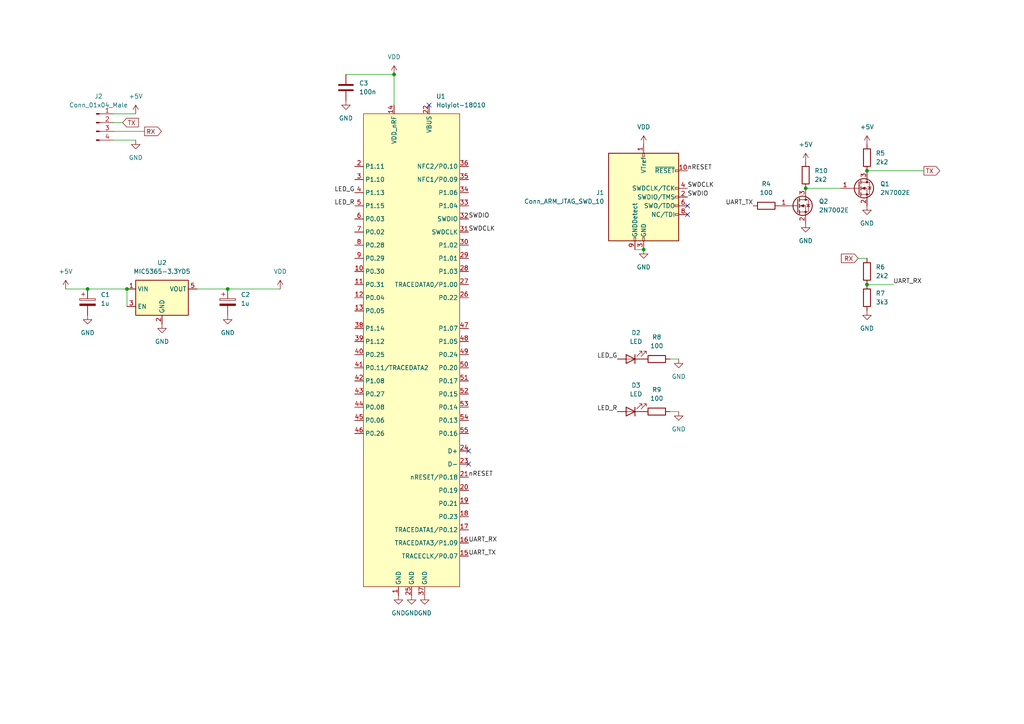
<source format=kicad_sch>
(kicad_sch (version 20211123) (generator eeschema)
  (paper "A4")
  (lib_symbols
    (symbol "Connector:Conn_01x04_Male" (pin_names (offset 1.016) hide)
      (property "Reference" "J" (at 0 5.08 0))
      (property "Value" "Conn_01x04_Male" (at 0 -7.62 0))
      (symbol "Conn_01x04_Male_1_1"
        (polyline (pts (xy 1.27 -5.08) (xy 0.8636 -5.08)) (stroke (width 0.1524)))
        (polyline (pts (xy 1.27 -2.54) (xy 0.8636 -2.54)) (stroke (width 0.1524)))
        (polyline (pts (xy 1.27 0) (xy 0.8636 0)) (stroke (width 0.1524)))
        (polyline (pts (xy 1.27 2.54) (xy 0.8636 2.54)) (stroke (width 0.1524)))
        (rectangle (start 0.8636 -4.953) (end 0 -5.207) (stroke (width 0.1524)) (fill (type outline)))
        (rectangle (start 0.8636 -2.413) (end 0 -2.667) (stroke (width 0.1524)) (fill (type outline)))
        (rectangle (start 0.8636 0.127) (end 0 -0.127) (stroke (width 0.1524)) (fill (type outline)))
        (rectangle (start 0.8636 2.667) (end 0 2.413) (stroke (width 0.1524)) (fill (type outline)))
        (pin passive line (at 5.08 2.54 180) (length 3.81) (name "Pin_1") (number "1"))
        (pin passive line (at 5.08 0 180) (length 3.81) (name "Pin_2") (number "2"))
        (pin passive line (at 5.08 -2.54 180) (length 3.81) (name "Pin_3") (number "3"))
        (pin passive line (at 5.08 -5.08 180) (length 3.81) (name "Pin_4") (number "4"))
      )
    )
    (symbol "Connector:Conn_ARM_JTAG_SWD_10" (pin_names (offset 1.016))
      (property "Reference" "J" (at -2.54 16.51 0))
      (property "Value" "Conn_ARM_JTAG_SWD_10" (at -2.54 13.97 0))
      (symbol "Conn_ARM_JTAG_SWD_10_0_1"
        (rectangle (start -10.16 12.7) (end 10.16 -12.7) (stroke (width 0.254)) (fill (type background)))
        (rectangle (start -2.794 -12.7) (end -2.286 -11.684))
        (rectangle (start -0.254 -12.7) (end 0.254 -11.684))
        (rectangle (start -0.254 12.7) (end 0.254 11.684))
        (rectangle (start 9.144 2.286) (end 10.16 2.794))
        (rectangle (start 10.16 -2.794) (end 9.144 -2.286))
        (rectangle (start 10.16 -0.254) (end 9.144 0.254))
        (rectangle (start 10.16 7.874) (end 9.144 7.366))
      )
      (symbol "Conn_ARM_JTAG_SWD_10_1_1"
        (rectangle (start 9.144 -5.334) (end 10.16 -4.826))
        (pin power_in line (at 0 15.24 270) (length 2.54) (name "VTref") (number "1"))
        (pin open_collector line (at 12.7 7.62 180) (length 2.54) (name "~{RESET}") (number "10"))
        (pin bidirectional line (at 12.7 0 180) (length 2.54) (name "SWDIO/TMS") (number "2"))
        (pin power_in line (at 0 -15.24 90) (length 2.54) (name "GND") (number "3"))
        (pin output line (at 12.7 2.54 180) (length 2.54) (name "SWDCLK/TCK") (number "4"))
        (pin passive line (at 0 -15.24 90) (length 2.54) hide (name "GND") (number "5"))
        (pin input line (at 12.7 -2.54 180) (length 2.54) (name "SWO/TDO") (number "6"))
        (pin no_connect line (at -10.16 0 0) (length 2.54) hide (name "KEY") (number "7"))
        (pin output line (at 12.7 -5.08 180) (length 2.54) (name "NC/TDI") (number "8"))
        (pin passive line (at -2.54 -15.24 90) (length 2.54) (name "GNDDetect") (number "9"))
      )
    )
    (symbol "Device:C" (pin_numbers hide) (pin_names (offset 0.254))
      (property "Reference" "C" (at 0.635 2.54 0))
      (property "Value" "C" (at 0.635 -2.54 0))
      (symbol "C_0_1"
        (polyline (pts (xy -2.032 -0.762) (xy 2.032 -0.762)) (stroke (width 0.508)))
        (polyline (pts (xy -2.032 0.762) (xy 2.032 0.762)) (stroke (width 0.508)))
      )
      (symbol "C_1_1"
        (pin passive line (at 0 3.81 270) (length 2.794) (name "~") (number "1"))
        (pin passive line (at 0 -3.81 90) (length 2.794) (name "~") (number "2"))
      )
    )
    (symbol "Device:C_Polarized" (pin_numbers hide) (pin_names (offset 0.254))
      (property "Reference" "C" (at 0.635 2.54 0))
      (property "Value" "C_Polarized" (at 0.635 -2.54 0))
      (symbol "C_Polarized_0_1"
        (rectangle (start -2.286 0.508) (end 2.286 1.016))
        (polyline (pts (xy -1.778 2.286) (xy -0.762 2.286)))
        (polyline (pts (xy -1.27 2.794) (xy -1.27 1.778)))
        (rectangle (start 2.286 -0.508) (end -2.286 -1.016) (fill (type outline)))
      )
      (symbol "C_Polarized_1_1"
        (pin passive line (at 0 3.81 270) (length 2.794) (name "~") (number "1"))
        (pin passive line (at 0 -3.81 90) (length 2.794) (name "~") (number "2"))
      )
    )
    (symbol "Device:LED" (pin_numbers hide) (pin_names (offset 1.016) hide)
      (property "Reference" "D" (at 0 2.54 0))
      (property "Value" "LED" (at 0 -2.54 0))
      (symbol "LED_0_1"
        (polyline (pts (xy -1.27 -1.27) (xy -1.27 1.27)) (stroke (width 0.254)))
        (polyline (pts (xy -1.27 0) (xy 1.27 0)))
        (polyline (pts (xy 1.27 -1.27) (xy 1.27 1.27) (xy -1.27 0) (xy 1.27 -1.27)) (stroke (width 0.254)))
        (polyline (pts (xy -3.048 -0.762) (xy -4.572 -2.286) (xy -3.81 -2.286) (xy -4.572 -2.286) (xy -4.572 -1.524)))
        (polyline (pts (xy -1.778 -0.762) (xy -3.302 -2.286) (xy -2.54 -2.286) (xy -3.302 -2.286) (xy -3.302 -1.524)))
      )
      (symbol "LED_1_1"
        (pin passive line (at -3.81 0 0) (length 2.54) (name "K") (number "1"))
        (pin passive line (at 3.81 0 180) (length 2.54) (name "A") (number "2"))
      )
    )
    (symbol "Device:R" (pin_numbers hide) (pin_names (offset 0))
      (property "Reference" "R" (at 2.032 0 90))
      (property "Value" "R" (at 0 0 90))
      (symbol "R_0_1"
        (rectangle (start -1.016 -2.54) (end 1.016 2.54) (stroke (width 0.254)))
      )
      (symbol "R_1_1"
        (pin passive line (at 0 3.81 270) (length 1.27) (name "~") (number "1"))
        (pin passive line (at 0 -3.81 90) (length 1.27) (name "~") (number "2"))
      )
    )
    (symbol "Regulator_Linear:MIC5365-3.3YD5"
      (property "Reference" "U" (at -7.62 6.35 0))
      (property "Value" "MIC5365-3.3YD5" (at 0 6.35 0))
      (symbol "MIC5365-3.3YD5_0_1"
        (rectangle (start -7.62 -5.08) (end 7.62 5.08) (stroke (width 0.254)) (fill (type background)))
      )
      (symbol "MIC5365-3.3YD5_1_1"
        (pin power_in line (at -10.16 2.54 0) (length 2.54) (name "VIN") (number "1"))
        (pin power_in line (at 0 -7.62 90) (length 2.54) (name "GND") (number "2"))
        (pin input line (at -10.16 -2.54 0) (length 2.54) (name "EN") (number "3"))
        (pin no_connect line (at 7.62 -2.54 180) (length 2.54) hide (name "NC") (number "4"))
        (pin power_out line (at 10.16 2.54 180) (length 2.54) (name "VOUT") (number "5"))
      )
    )
    (symbol "Transistor_FET:2N7002E" (pin_names hide)
      (property "Reference" "Q" (at 5.08 1.905 0))
      (property "Value" "2N7002E" (at 5.08 0 0))
      (symbol "2N7002E_0_1"
        (polyline (pts (xy 0.254 0) (xy -2.54 0)))
        (polyline (pts (xy 0.254 1.905) (xy 0.254 -1.905)) (stroke (width 0.254)))
        (polyline (pts (xy 0.762 -1.27) (xy 0.762 -2.286)) (stroke (width 0.254)))
        (polyline (pts (xy 0.762 0.508) (xy 0.762 -0.508)) (stroke (width 0.254)))
        (polyline (pts (xy 0.762 2.286) (xy 0.762 1.27)) (stroke (width 0.254)))
        (polyline (pts (xy 2.54 2.54) (xy 2.54 1.778)))
        (polyline (pts (xy 2.54 -2.54) (xy 2.54 0) (xy 0.762 0)))
        (polyline (pts (xy 0.762 -1.778) (xy 3.302 -1.778) (xy 3.302 1.778) (xy 0.762 1.778)))
        (polyline (pts (xy 1.016 0) (xy 2.032 0.381) (xy 2.032 -0.381) (xy 1.016 0)) (fill (type outline)))
        (polyline (pts (xy 2.794 0.508) (xy 2.921 0.381) (xy 3.683 0.381) (xy 3.81 0.254)))
        (polyline (pts (xy 3.302 0.381) (xy 2.921 -0.254) (xy 3.683 -0.254) (xy 3.302 0.381)))
        (circle (center 1.651 0) (radius 2.794) (stroke (width 0.254)))
        (circle (center 2.54 -1.778) (radius 0.254) (fill (type outline)))
        (circle (center 2.54 1.778) (radius 0.254) (fill (type outline)))
      )
      (symbol "2N7002E_1_1"
        (pin input line (at -5.08 0 0) (length 2.54) (name "G") (number "1"))
        (pin passive line (at 2.54 -5.08 90) (length 2.54) (name "S") (number "2"))
        (pin passive line (at 2.54 5.08 270) (length 2.54) (name "D") (number "3"))
      )
    )
    (symbol "holyiot:Holyiot-18010"
      (property "Reference" "U" (at 10.16 0 0))
      (property "Value" "Holyiot-18010" (at -1.27 0 0))
      (symbol "Holyiot-18010_0_1"
        (rectangle (start -13.97 11.43) (end 13.97 -125.73) (fill (type background)))
      )
      (symbol "Holyiot-18010_1_1"
        (pin power_in line (at -3.81 -128.27 90) (length 2.54) (name "GND") (number "1"))
        (pin bidirectional line (at -16.51 -34.29 0) (length 2.54) (name "P0.30") (number "10"))
        (pin bidirectional line (at -16.51 -38.1 0) (length 2.54) (name "P0.31") (number "11"))
        (pin bidirectional line (at -16.51 -41.91 0) (length 2.54) (name "P0.04") (number "12"))
        (pin bidirectional line (at -16.51 -45.72 0) (length 2.54) (name "P0.05") (number "13"))
        (pin power_in line (at -5.08 13.97 270) (length 2.54) (name "VDD_nRF") (number "14"))
        (pin bidirectional line (at 16.51 -116.84 180) (length 2.54) (name "TRACECLK/P0.07") (number "15"))
        (pin bidirectional line (at 16.51 -113.03 180) (length 2.54) (name "TRACEDATA3/P1.09") (number "16"))
        (pin bidirectional line (at 16.51 -109.22 180) (length 2.54) (name "TRACEDATA1/P0.12") (number "17"))
        (pin bidirectional line (at 16.51 -105.41 180) (length 2.54) (name "P0.23") (number "18"))
        (pin bidirectional line (at 16.51 -101.6 180) (length 2.54) (name "P0.21") (number "19"))
        (pin bidirectional line (at -16.51 -3.81 0) (length 2.54) (name "P1.11") (number "2"))
        (pin bidirectional line (at 16.51 -97.79 180) (length 2.54) (name "P0.19") (number "20"))
        (pin bidirectional line (at 16.51 -93.98 180) (length 2.54) (name "nRESET/P0.18") (number "21"))
        (pin power_in line (at 5.08 13.97 270) (length 2.54) (name "VBUS") (number "22"))
        (pin bidirectional line (at 16.51 -90.17 180) (length 2.54) (name "D-") (number "23"))
        (pin bidirectional line (at 16.51 -86.36 180) (length 2.54) (name "D+") (number "24"))
        (pin power_in line (at 0 -128.27 90) (length 2.54) (name "GND") (number "25"))
        (pin bidirectional line (at 16.51 -41.91 180) (length 2.54) (name "P0.22") (number "26"))
        (pin bidirectional line (at 16.51 -38.1 180) (length 2.54) (name "TRACEDATA0/P1.00") (number "27"))
        (pin bidirectional line (at 16.51 -34.29 180) (length 2.54) (name "P1.03") (number "28"))
        (pin bidirectional line (at 16.51 -30.48 180) (length 2.54) (name "P1.01") (number "29"))
        (pin bidirectional line (at -16.51 -7.62 0) (length 2.54) (name "P1.10") (number "3"))
        (pin bidirectional line (at 16.51 -26.67 180) (length 2.54) (name "P1.02") (number "30"))
        (pin bidirectional line (at 16.51 -22.86 180) (length 2.54) (name "SWDCLK") (number "31"))
        (pin bidirectional line (at 16.51 -19.05 180) (length 2.54) (name "SWDIO") (number "32"))
        (pin bidirectional line (at 16.51 -15.24 180) (length 2.54) (name "P1.04") (number "33"))
        (pin bidirectional line (at 16.51 -11.43 180) (length 2.54) (name "P1.06") (number "34"))
        (pin bidirectional line (at 16.51 -7.62 180) (length 2.54) (name "NFC1/P0.09") (number "35"))
        (pin bidirectional line (at 16.51 -3.81 180) (length 2.54) (name "NFC2/P0.10") (number "36"))
        (pin power_in line (at 3.81 -128.27 90) (length 2.54) (name "GND") (number "37"))
        (pin bidirectional line (at -16.51 -50.8 0) (length 2.54) (name "P1.14") (number "38"))
        (pin bidirectional line (at -16.51 -54.61 0) (length 2.54) (name "P1.12") (number "39"))
        (pin bidirectional line (at -16.51 -11.43 0) (length 2.54) (name "P1.13") (number "4"))
        (pin bidirectional line (at -16.51 -58.42 0) (length 2.54) (name "P0.25") (number "40"))
        (pin bidirectional line (at -16.51 -62.23 0) (length 2.54) (name "P0.11/TRACEDATA2") (number "41"))
        (pin bidirectional line (at -16.51 -66.04 0) (length 2.54) (name "P1.08") (number "42"))
        (pin bidirectional line (at -16.51 -69.85 0) (length 2.54) (name "P0.27") (number "43"))
        (pin bidirectional line (at -16.51 -73.66 0) (length 2.54) (name "P0.08") (number "44"))
        (pin bidirectional line (at -16.51 -77.47 0) (length 2.54) (name "P0.06") (number "45"))
        (pin bidirectional line (at -16.51 -81.28 0) (length 2.54) (name "P0.26") (number "46"))
        (pin bidirectional line (at 16.51 -50.8 180) (length 2.54) (name "P1.07") (number "47"))
        (pin bidirectional line (at 16.51 -54.61 180) (length 2.54) (name "P1.05") (number "48"))
        (pin bidirectional line (at 16.51 -58.42 180) (length 2.54) (name "P0.24") (number "49"))
        (pin bidirectional line (at -16.51 -15.24 0) (length 2.54) (name "P1.15") (number "5"))
        (pin bidirectional line (at 16.51 -62.23 180) (length 2.54) (name "P0.20") (number "50"))
        (pin bidirectional line (at 16.51 -66.04 180) (length 2.54) (name "P0.17") (number "51"))
        (pin bidirectional line (at 16.51 -69.85 180) (length 2.54) (name "P0.15") (number "52"))
        (pin bidirectional line (at 16.51 -73.66 180) (length 2.54) (name "P0.14") (number "53"))
        (pin bidirectional line (at 16.51 -77.47 180) (length 2.54) (name "P0.13") (number "54"))
        (pin bidirectional line (at 16.51 -81.28 180) (length 2.54) (name "P0.16") (number "55"))
        (pin bidirectional line (at -16.51 -19.05 0) (length 2.54) (name "P0.03") (number "6"))
        (pin bidirectional line (at -16.51 -22.86 0) (length 2.54) (name "P0.02") (number "7"))
        (pin bidirectional line (at -16.51 -26.67 0) (length 2.54) (name "P0.28") (number "8"))
        (pin bidirectional line (at -16.51 -30.48 0) (length 2.54) (name "P0.29") (number "9"))
      )
    )
    (symbol "power:+5V" (power) (pin_names (offset 0))
      (property "Value" "+5V" (at 0 3.556 0))
      (symbol "+5V_0_1"
        (polyline (pts (xy -0.762 1.27) (xy 0 2.54)))
        (polyline (pts (xy 0 0) (xy 0 2.54)))
        (polyline (pts (xy 0 2.54) (xy 0.762 1.27)))
      )
      (symbol "+5V_1_1"
        (pin power_in line (at 0 0 90) (length 0) hide (name "+5V") (number "1"))
      )
    )
    (symbol "power:GND" (power) (pin_names (offset 0))
      (property "Value" "GND" (at 0 -3.81 0))
      (symbol "GND_0_1"
        (polyline (pts (xy 0 0) (xy 0 -1.27) (xy 1.27 -1.27) (xy 0 -2.54) (xy -1.27 -1.27) (xy 0 -1.27)))
      )
      (symbol "GND_1_1"
        (pin power_in line (at 0 0 270) (length 0) hide (name "GND") (number "1"))
      )
    )
    (symbol "power:VDD" (power) (pin_names (offset 0))
      (property "Value" "VDD" (at 0 3.81 0))
      (symbol "VDD_0_1"
        (polyline (pts (xy -0.762 1.27) (xy 0 2.54)))
        (polyline (pts (xy 0 0) (xy 0 2.54)))
        (polyline (pts (xy 0 2.54) (xy 0.762 1.27)))
      )
      (symbol "VDD_1_1"
        (pin power_in line (at 0 0 90) (length 0) hide (name "VDD") (number "1"))
      )
    )
  )
  (junction (at 251.46 82.55))
  (junction (at 36.83 83.82))
  (junction (at 25.4 83.82))
  (junction (at 66.04 83.82))
  (junction (at 186.69 72.39))
  (junction (at 114.3 21.59))
  (junction (at 251.46 49.53))
  (junction (at 233.68 54.61))
  (no_connect (at 199.39 62.23))
  (no_connect (at 199.39 59.69))
  (no_connect (at 135.89 134.62))
  (no_connect (at 135.89 130.81))
  (no_connect (at 124.46 30.48))
  (wire (pts (xy 114.3 21.59) (xy 114.3 30.48)))
  (wire (pts (xy 57.15 83.82) (xy 66.04 83.82)))
  (wire (pts (xy 233.68 54.61) (xy 243.84 54.61)))
  (wire (pts (xy 36.83 83.82) (xy 36.83 88.9)))
  (wire (pts (xy 184.15 72.39) (xy 186.69 72.39)))
  (wire (pts (xy 25.4 83.82) (xy 36.83 83.82)))
  (wire (pts (xy 194.31 104.14) (xy 196.85 104.14)))
  (wire (pts (xy 66.04 83.82) (xy 81.28 83.82)))
  (wire (pts (xy 33.02 33.02) (xy 39.37 33.02)))
  (wire (pts (xy 251.46 49.53) (xy 267.97 49.53)))
  (wire (pts (xy 100.33 21.59) (xy 114.3 21.59)))
  (wire (pts (xy 194.31 119.38) (xy 196.85 119.38)))
  (wire (pts (xy 33.02 40.64) (xy 39.37 40.64)))
  (wire (pts (xy 251.46 82.55) (xy 259.08 82.55)))
  (wire (pts (xy 33.02 38.1) (xy 41.91 38.1)))
  (wire (pts (xy 33.02 35.56) (xy 35.56 35.56)))
  (wire (pts (xy 248.92 74.93) (xy 251.46 74.93)))
  (wire (pts (xy 19.05 83.82) (xy 25.4 83.82)))
  (label "LED_R" (at 179.07 119.38 180))
  (label "nRESET" (at 199.39 49.53 0))
  (label "SWDCLK" (at 135.89 67.31 0))
  (label "SWDIO" (at 135.89 63.5 0))
  (label "SWDCLK" (at 199.39 54.61 0))
  (label "nRESET" (at 135.89 138.43 0))
  (label "LED_R" (at 102.87 59.69 180))
  (label "UART_TX" (at 218.44 59.69 180))
  (label "SWDIO" (at 199.39 57.15 0))
  (label "LED_G" (at 102.87 55.88 180))
  (label "UART_TX" (at 135.89 161.29 0))
  (label "UART_RX" (at 259.08 82.55 0))
  (label "UART_RX" (at 135.89 157.48 0))
  (label "LED_G" (at 179.07 104.14 180))
  (global_label "TX" (shape output) (at 267.97 49.53 0) (property "Intersheet References" "${INTERSHEET_REFS}" (effects hide)))
  (global_label "TX" (shape input) (at 35.56 35.56 0) (property "Intersheet References" "${INTERSHEET_REFS}" (effects hide)))
  (global_label "RX" (shape output) (at 41.91 38.1 0) (property "Intersheet References" "${INTERSHEET_REFS}" (effects hide)))
  (global_label "RX" (shape input) (at 248.92 74.93 180) (property "Intersheet References" "${INTERSHEET_REFS}" (effects hide)))
  (symbol (lib_id "power:GND") (at 66.04 91.44 0) (unit 1)
    (property "Reference" "#PWR0112" (effects hide))
    (property "Value" "GND" (at 66.04 96.52 0))
  )
  (symbol (lib_id "power:GND") (at 251.46 90.17 0) (unit 1)
    (property "Reference" "#PWR0102" (effects hide))
    (property "Value" "GND" (at 251.46 95.25 0))
  )
  (symbol (lib_id "Connector:Conn_01x04_Male") (at 27.94 35.56 0) (unit 1)
    (property "Reference" "J2" (at 28.575 27.94 0))
    (property "Value" "Conn_01x04_Male" (at 28.575 30.48 0))
    (property "Footprint" "Connector_JST:JST_ZE_SM04B-ZESS-TB_1x04-1MP_P1.50mm_Horizontal" (effects hide))
  )
  (symbol (lib_id "power:VDD") (at 81.28 83.82 0) (unit 1)
    (property "Reference" "#PWR0114" (effects hide))
    (property "Value" "VDD" (at 81.28 78.74 0))
  )
  (symbol (lib_id "power:GND") (at 115.57 172.72 0) (unit 1)
    (property "Reference" "#PWR0108" (effects hide))
    (property "Value" "GND" (at 115.57 177.8 0))
  )
  (symbol (lib_id "power:GND") (at 46.99 93.98 0) (unit 1)
    (property "Reference" "#PWR0113" (effects hide))
    (property "Value" "GND" (at 46.99 99.06 0))
    (property "Footprint" "Package_TO_SOT_SMD:SOT-23" (effects hide))
  )
  (symbol (lib_id "power:VDD") (at 114.3 21.59 0) (unit 1)
    (property "Reference" "#PWR0111" (effects hide))
    (property "Value" "VDD" (at 114.3 16.51 0))
  )
  (symbol (lib_id "power:GND") (at 196.85 119.38 0) (unit 1)
    (property "Reference" "#PWR0105" (effects hide))
    (property "Value" "GND" (at 196.85 124.46 0))
  )
  (symbol (lib_id "power:GND") (at 123.19 172.72 0) (unit 1)
    (property "Reference" "#PWR0107" (effects hide))
    (property "Value" "GND" (at 123.19 177.8 0))
  )
  (symbol (lib_id "Device:R") (at 222.25 59.69 90) (unit 1)
    (property "Reference" "R4" (at 222.25 53.34 90))
    (property "Value" "100" (at 222.25 55.88 90))
    (property "Footprint" "Resistor_SMD:R_0603_1608Metric_Pad0.98x0.95mm_HandSolder" (effects hide))
  )
  (symbol (lib_id "Device:C_Polarized") (at 25.4 87.63 0) (unit 1)
    (property "Reference" "C1" (at 29.21 85.4709 0) (effects (justify left)))
    (property "Value" "1u" (at 29.21 88.0109 0) (effects (justify left)))
    (property "Footprint" "Capacitor_Tantalum_SMD:CP_EIA-3216-18_Kemet-A_Pad1.58x1.35mm_HandSolder" (effects hide))
  )
  (symbol (lib_id "power:GND") (at 196.85 104.14 0) (unit 1)
    (property "Reference" "#PWR0106" (effects hide))
    (property "Value" "GND" (at 196.85 109.22 0))
  )
  (symbol (lib_id "power:+5V") (at 39.37 33.02 0) (unit 1)
    (property "Reference" "#PWR0117" (effects hide))
    (property "Value" "+5V" (at 39.37 27.94 0))
  )
  (symbol (lib_id "power:+5V") (at 251.46 41.91 0) (unit 1)
    (property "Reference" "#PWR0103" (effects hide))
    (property "Value" "+5V" (at 251.46 36.83 0))
  )
  (symbol (lib_id "power:GND") (at 39.37 40.64 0) (unit 1)
    (property "Reference" "#PWR0118" (effects hide))
    (property "Value" "GND" (at 39.37 45.72 0))
  )
  (symbol (lib_id "Regulator_Linear:MIC5365-3.3YD5") (at 46.99 86.36 0) (unit 1)
    (property "Reference" "U2" (at 46.99 76.2 0))
    (property "Value" "MIC5365-3.3YD5" (at 46.99 78.74 0))
    (property "Footprint" "Package_TO_SOT_SMD:SOT-23-5" (effects hide))
    (property "Datasheet" "http://ww1.microchip.com/downloads/en/DeviceDoc/mic5365.pdf" (effects hide))
  )
  (symbol (lib_id "Device:R") (at 251.46 78.74 0) (unit 1)
    (property "Reference" "R6" (at 254 77.4699 0) (effects (justify left)))
    (property "Value" "2k2" (at 254 80.0099 0) (effects (justify left)))
    (property "Footprint" "Resistor_SMD:R_0603_1608Metric_Pad0.98x0.95mm_HandSolder" (effects hide))
  )
  (symbol (lib_id "Device:LED") (at 182.88 119.38 180) (unit 1)
    (property "Reference" "D3" (at 184.4675 111.76 0))
    (property "Value" "LED" (at 184.4675 114.3 0))
    (property "Footprint" "LED_SMD:LED_0603_1608Metric_Pad1.05x0.95mm_HandSolder" (effects hide))
  )
  (symbol (lib_id "Transistor_FET:2N7002E") (at 248.92 54.61 0) (unit 1)
    (property "Reference" "Q1" (at 255.27 53.3399 0) (effects (justify left)))
    (property "Value" "2N7002E" (at 255.27 55.8799 0) (effects (justify left)))
    (property "Footprint" "Package_TO_SOT_SMD:SOT-23" (effects hide))
    (property "Datasheet" "http://www.diodes.com/assets/Datasheets/ds30376.pdf" (effects hide))
  )
  (symbol (lib_id "power:+5V") (at 19.05 83.82 0) (unit 1)
    (property "Reference" "#PWR0116" (effects hide))
    (property "Value" "+5V" (at 19.05 78.74 0))
  )
  (symbol (lib_id "power:+5V") (at 233.68 46.99 0) (unit 1)
    (property "Reference" "#PWR?" (effects hide))
    (property "Value" "+5V" (at 233.68 41.91 0))
  )
  (symbol (lib_id "power:GND") (at 100.33 29.21 0) (unit 1)
    (property "Reference" "#PWR0119" (effects hide))
    (property "Value" "GND" (at 100.33 34.29 0))
  )
  (symbol (lib_id "Device:R") (at 233.68 50.8 0) (unit 1)
    (property "Reference" "R10" (at 236.22 49.5299 0) (effects (justify left)))
    (property "Value" "2k2" (at 236.22 52.0699 0) (effects (justify left)))
    (property "Footprint" "Resistor_SMD:R_0603_1608Metric_Pad0.98x0.95mm_HandSolder" (effects hide))
  )
  (symbol (lib_id "power:GND") (at 186.69 72.39 0) (unit 1)
    (property "Reference" "#PWR0110" (effects hide))
    (property "Value" "GND" (at 186.69 77.47 0))
  )
  (symbol (lib_id "power:GND") (at 25.4 91.44 0) (unit 1)
    (property "Reference" "#PWR0115" (effects hide))
    (property "Value" "GND" (at 25.4 96.52 0))
  )
  (symbol (lib_id "Transistor_FET:2N7002E") (at 231.14 59.69 0) (unit 1)
    (property "Reference" "Q2" (at 237.49 58.4199 0) (effects (justify left)))
    (property "Value" "2N7002E" (at 237.49 60.9599 0) (effects (justify left)))
    (property "Footprint" "Package_TO_SOT_SMD:SOT-23" (effects hide))
    (property "Datasheet" "http://www.diodes.com/assets/Datasheets/ds30376.pdf" (effects hide))
  )
  (symbol (lib_id "power:GND") (at 233.68 64.77 0) (unit 1)
    (property "Reference" "#PWR?" (effects hide))
    (property "Value" "GND" (at 233.68 69.85 0))
  )
  (symbol (lib_id "Device:C") (at 100.33 25.4 0) (unit 1)
    (property "Reference" "C3" (at 104.14 24.1299 0) (effects (justify left)))
    (property "Value" "100n" (at 104.14 26.6699 0) (effects (justify left)))
    (property "Footprint" "Capacitor_SMD:C_0603_1608Metric_Pad1.08x0.95mm_HandSolder" (effects hide))
  )
  (symbol (lib_id "Connector:Conn_ARM_JTAG_SWD_10") (at 186.69 57.15 0) (unit 1)
    (property "Reference" "J1" (at 175.26 55.8799 0) (effects (justify right)))
    (property "Value" "Conn_ARM_JTAG_SWD_10" (at 175.26 58.4199 0) (effects (justify right)))
    (property "Footprint" "Connector_PinHeader_1.27mm:PinHeader_2x05_P1.27mm_Vertical_SMD" (effects hide))
    (property "Datasheet" "http://infocenter.arm.com/help/topic/com.arm.doc.ddi0314h/DDI0314H_coresight_components_trm.pdf" (effects hide))
  )
  (symbol (lib_id "power:VDD") (at 186.69 41.91 0) (unit 1)
    (property "Reference" "#PWR0104" (effects hide))
    (property "Value" "VDD" (at 186.69 36.83 0))
  )
  (symbol (lib_id "Device:R") (at 190.5 119.38 90) (unit 1)
    (property "Reference" "R9" (at 190.5 113.03 90))
    (property "Value" "100" (at 190.5 115.57 90))
    (property "Footprint" "Resistor_SMD:R_0603_1608Metric_Pad0.98x0.95mm_HandSolder" (effects hide))
  )
  (symbol (lib_id "Device:R") (at 190.5 104.14 90) (unit 1)
    (property "Reference" "R8" (at 190.5 97.79 90))
    (property "Value" "100" (at 190.5 100.33 90))
    (property "Footprint" "Resistor_SMD:R_0603_1608Metric_Pad0.98x0.95mm_HandSolder" (effects hide))
  )
  (symbol (lib_id "holyiot:Holyiot-18010") (at 119.38 44.45 0) (unit 1)
    (property "Reference" "U1" (at 126.4794 27.94 0) (effects (justify left)))
    (property "Value" "Holyiot-18010" (at 126.4794 30.48 0) (effects (justify left)))
    (property "Footprint" "holyiot:Holyiot-18010" (effects hide))
    (property "Datasheet" "http://www.holyiot.com/tp/2019042516322180424.pdf" (effects hide))
  )
  (symbol (lib_id "Device:LED") (at 182.88 104.14 180) (unit 1)
    (property "Reference" "D2" (at 184.4675 96.52 0))
    (property "Value" "LED" (at 184.4675 99.06 0))
    (property "Footprint" "LED_SMD:LED_0603_1608Metric_Pad1.05x0.95mm_HandSolder" (effects hide))
  )
  (symbol (lib_id "power:GND") (at 119.38 172.72 0) (unit 1)
    (property "Reference" "#PWR0109" (effects hide))
    (property "Value" "GND" (at 119.38 177.8 0))
  )
  (symbol (lib_id "Device:R") (at 251.46 45.72 0) (unit 1)
    (property "Reference" "R5" (at 254 44.4499 0) (effects (justify left)))
    (property "Value" "2k2" (at 254 46.9899 0) (effects (justify left)))
    (property "Footprint" "Resistor_SMD:R_0603_1608Metric_Pad0.98x0.95mm_HandSolder" (effects hide))
  )
  (symbol (lib_id "Device:C_Polarized") (at 66.04 87.63 0) (unit 1)
    (property "Reference" "C2" (at 69.85 85.4709 0) (effects (justify left)))
    (property "Value" "1u" (at 69.85 88.0109 0) (effects (justify left)))
    (property "Footprint" "Capacitor_Tantalum_SMD:CP_EIA-3216-18_Kemet-A_Pad1.58x1.35mm_HandSolder" (effects hide))
  )
  (symbol (lib_id "Device:R") (at 251.46 86.36 0) (unit 1)
    (property "Reference" "R7" (at 254 85.0899 0) (effects (justify left)))
    (property "Value" "3k3" (at 254 87.6299 0) (effects (justify left)))
    (property "Footprint" "Resistor_SMD:R_0603_1608Metric_Pad0.98x0.95mm_HandSolder" (effects hide))
  )
  (symbol (lib_id "power:GND") (at 251.46 59.69 0) (unit 1)
    (property "Reference" "#PWR0101" (effects hide))
    (property "Value" "GND" (at 251.46 64.77 0))
  )
)
</source>
